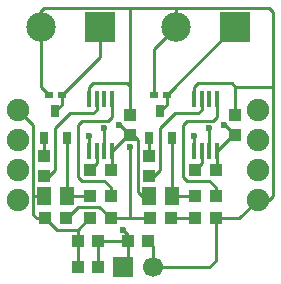
<source format=gtl>
G04 DipTrace 2.4.0.1*
%INfanexpansion.front.gtl*%
%MOIN*%
%ADD13C,0.01*%
%ADD14R,0.0433X0.0394*%
%ADD15R,0.0394X0.0433*%
%ADD18R,0.0315X0.0236*%
%ADD19C,0.075*%
%ADD20R,0.0984X0.0984*%
%ADD21C,0.0984*%
%ADD23R,0.0256X0.0413*%
%ADD24R,0.0669X0.0669*%
%ADD25C,0.0669*%
%ADD26R,0.0512X0.0591*%
%ADD27R,0.0157X0.0551*%
%ADD28C,0.0236*%
%FSLAX44Y44*%
G04*
G70*
G90*
G75*
G01*
%LNTop*%
%LPD*%
X5578Y13562D2*
D13*
Y11580D1*
X5845Y11312D1*
X8562Y10647D2*
Y11562D1*
X8532Y11592D1*
X8437Y11687D1*
X7312D1*
X7187Y11562D1*
Y11187D1*
X7178Y11178D1*
X12062Y10647D2*
Y11562D1*
X12049Y11575D1*
X11937Y11687D1*
X10812D1*
X10687Y11562D1*
Y11187D1*
X10678Y11178D1*
X9345Y11312D2*
Y12830D1*
X10078Y13562D1*
X9312Y5562D2*
Y6272D1*
X9147Y6437D1*
X11397Y7187D2*
X12187D1*
X12812Y7812D1*
X11397Y7187D2*
Y5772D1*
X11187Y5562D1*
X9312D1*
X12812Y7812D2*
X13187D1*
X13312Y7937D1*
Y11575D1*
Y14062D1*
X13187Y14187D1*
X10078D1*
X8532D1*
X5687D1*
X5562Y14062D1*
Y13578D1*
X5578Y13562D1*
X10078D2*
Y14187D1*
X8532Y11592D2*
Y14187D1*
X12049Y11575D2*
X13312D1*
X8562Y9977D2*
X8477D1*
X7946Y9446D1*
X12062Y9977D2*
X11977D1*
X11446Y9446D1*
X7227Y7187D2*
X7187D1*
X6812Y6812D1*
X6102D1*
X5727Y7187D1*
X4812Y10812D2*
X5312Y10312D1*
Y7937D1*
Y7312D1*
X5437Y7187D1*
X5727D1*
X5688Y7937D2*
X5312D1*
X6812Y5562D2*
Y6437D1*
Y6812D1*
X8187Y10312D2*
X8227D1*
X8562Y9977D1*
X7946Y9446D2*
Y8861D1*
X7897Y8812D1*
X8562Y9977D2*
X8647D1*
X8812Y9812D1*
Y8062D1*
X8937Y7937D1*
X9188D1*
X11446Y9446D2*
Y8861D1*
X11397Y8812D1*
X11687Y10312D2*
X11727D1*
X12062Y9977D1*
X7434Y9446D2*
Y9019D1*
X7227Y8812D1*
X8477Y6437D2*
Y5727D1*
X8312Y5562D1*
X8477Y6437D2*
X7481D1*
Y5562D1*
X8477Y6437D2*
Y6647D1*
X8312Y6812D1*
X7187Y9937D2*
Y9455D1*
X7178Y9446D1*
X10687Y9937D2*
Y9455D1*
X10678Y9446D1*
X7897Y7937D2*
Y8227D1*
X7687Y8437D1*
X6937D1*
X6812Y8562D1*
Y10312D1*
X6937Y10437D1*
X7812D1*
X7937Y10562D1*
Y11169D1*
X7946Y11178D1*
X6436Y9859D2*
Y7937D1*
X7227D1*
X5687Y8602D2*
X5852D1*
X6062Y8812D1*
Y10187D1*
X6562Y10687D1*
X7312D1*
X7437Y10812D1*
Y11175D1*
X7434Y11178D1*
X5688Y9859D2*
Y9273D1*
X5687Y9272D1*
X6279Y11312D2*
Y10981D1*
X6062Y10765D1*
X7546Y13562D2*
Y12580D1*
X6279Y11312D1*
X9227Y7187D2*
X8562D1*
X7897D1*
X6397D2*
X6437D1*
X6812Y7562D1*
X7522D1*
X7897Y7187D1*
X7690Y9446D2*
Y10187D1*
X8562Y9562D2*
Y7187D1*
X11190Y9446D2*
Y10187D1*
X10727Y7187D2*
X9897D1*
X10934Y9446D2*
Y9019D1*
X10727Y8812D1*
X11397Y7937D2*
Y8227D1*
X11187Y8437D1*
X10437D1*
X10312Y8562D1*
Y10312D1*
X10437Y10437D1*
X11312D1*
X11437Y10562D1*
Y11169D1*
X11446Y11178D1*
X9936Y9859D2*
Y7937D1*
X10727D2*
X9936D1*
X9187Y8602D2*
X9352D1*
X9562Y8812D1*
Y10187D1*
X10062Y10687D1*
X10812D1*
X10937Y10812D1*
Y11175D1*
X10934Y11178D1*
X9188Y9859D2*
Y9273D1*
X9187Y9272D1*
X9779Y11312D2*
Y10981D1*
X9562Y10765D1*
X12046Y13562D2*
X12029D1*
X9779Y11312D1*
D28*
X8187Y10312D3*
X11687D3*
X8312Y6812D3*
X7187Y9937D3*
X10687D3*
X7690Y10187D3*
X8562Y9562D3*
X11190Y10187D3*
D14*
X7227Y8812D3*
X7897D3*
Y7937D3*
X7227D3*
X7481Y5562D3*
X6812D3*
D15*
X8562Y10647D3*
Y9977D3*
D14*
X6397Y7187D3*
X5727D3*
X10727Y8812D3*
X11397D3*
Y7937D3*
X10727D3*
D15*
X12062Y10647D3*
Y9977D3*
D18*
X5845Y11312D3*
X6279D3*
X9345D3*
X9779D3*
D19*
X12812Y7812D3*
Y8812D3*
Y9812D3*
Y10812D3*
X4812D3*
Y9812D3*
Y8812D3*
Y7812D3*
D20*
X7546Y13562D3*
D21*
X5578D3*
D20*
X12046D3*
D21*
X10078D3*
D23*
X5688Y9859D3*
X6436D3*
X6062Y10765D3*
X9188Y9859D3*
X9936D3*
X9562Y10765D3*
D14*
X8477Y6437D3*
X9147D3*
X6812D3*
X7481D3*
D24*
X8312Y5562D3*
D25*
X9312D3*
D26*
X5688Y7937D3*
X6436D3*
D15*
X5687Y8602D3*
Y9272D3*
D14*
X7227Y7187D3*
X7897D3*
X9227D3*
X9897D3*
X10727D3*
X11397D3*
D26*
X9188Y7937D3*
X9936D3*
D15*
X9187Y8602D3*
Y9272D3*
D27*
X7178Y9446D3*
X7434D3*
X7690D3*
X7946D3*
Y11178D3*
X7690D3*
X7434D3*
X7178D3*
X10678Y9446D3*
X10934D3*
X11190D3*
X11446D3*
Y11178D3*
X11190D3*
X10934D3*
X10678D3*
M02*

</source>
